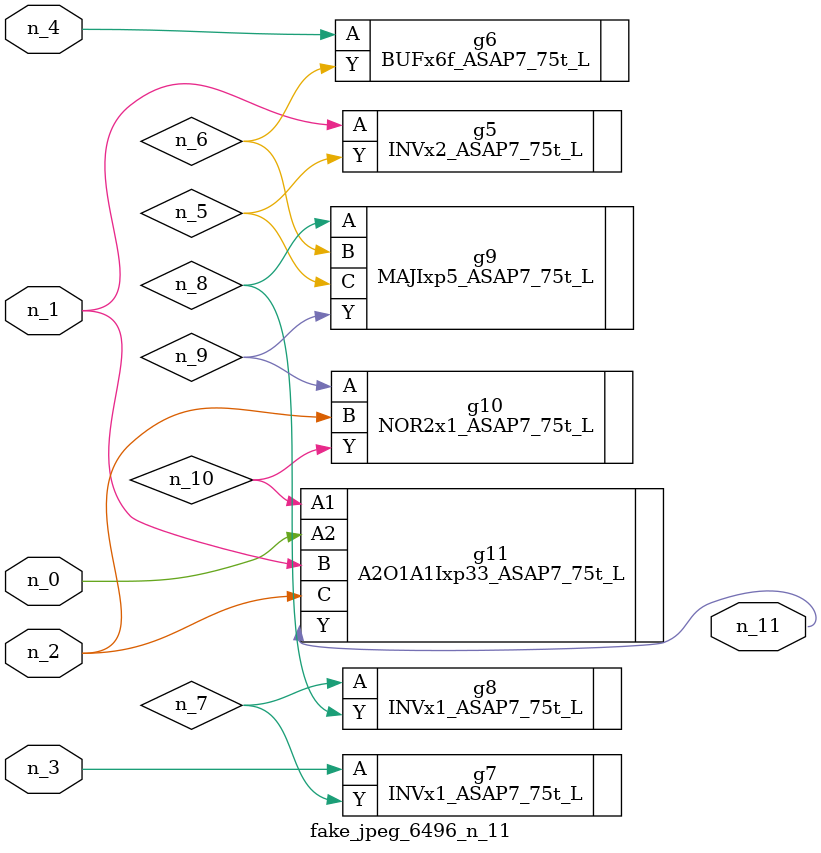
<source format=v>
module fake_jpeg_6496_n_11 (n_3, n_2, n_1, n_0, n_4, n_11);

input n_3;
input n_2;
input n_1;
input n_0;
input n_4;

output n_11;

wire n_10;
wire n_8;
wire n_9;
wire n_6;
wire n_5;
wire n_7;

INVx2_ASAP7_75t_L g5 ( 
.A(n_1),
.Y(n_5)
);

BUFx6f_ASAP7_75t_L g6 ( 
.A(n_4),
.Y(n_6)
);

INVx1_ASAP7_75t_L g7 ( 
.A(n_3),
.Y(n_7)
);

INVx1_ASAP7_75t_L g8 ( 
.A(n_7),
.Y(n_8)
);

MAJIxp5_ASAP7_75t_L g9 ( 
.A(n_8),
.B(n_6),
.C(n_5),
.Y(n_9)
);

NOR2x1_ASAP7_75t_L g10 ( 
.A(n_9),
.B(n_2),
.Y(n_10)
);

A2O1A1Ixp33_ASAP7_75t_L g11 ( 
.A1(n_10),
.A2(n_0),
.B(n_1),
.C(n_2),
.Y(n_11)
);


endmodule
</source>
